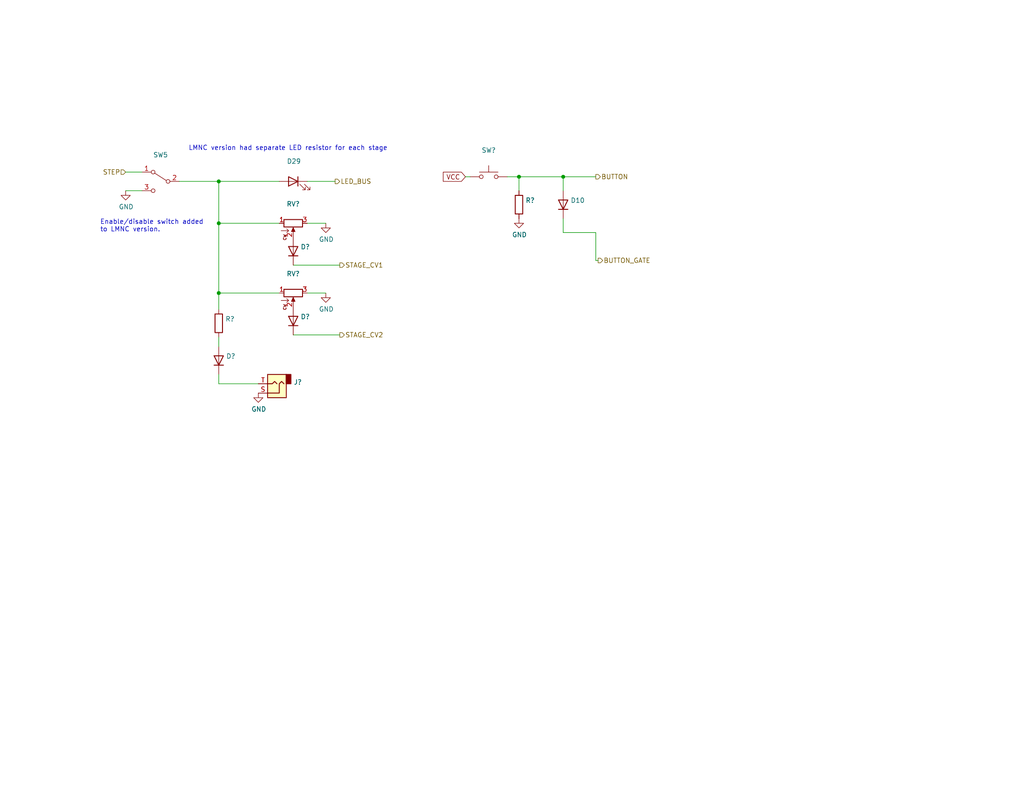
<source format=kicad_sch>
(kicad_sch (version 20211123) (generator eeschema)
  (paper "USLetter")
  (title_block (title "8 Step Keyboard Sequencer") (date "2020-06-02") (company "Rich Holmes / Analog Output") (comment 1 "Adapted from LMNC"))
  (lib_symbols
    (symbol "Connector:AudioJack2"
      (property "Reference" "J" (at 0 8.89 0))
      (property "Value" "AudioJack2" (at 0 6.35 0))
      (symbol "AudioJack2_0_1"
        (rectangle (start -3.81 0) (end -2.54 -2.54) (stroke (width 0.254)) (fill (type outline)))
        (rectangle (start -2.54 3.81) (end 2.54 -2.54) (stroke (width 0.254)) (fill (type background)))
        (polyline (pts (xy 0 0) (xy 0.635 -0.635) (xy 1.27 0) (xy 2.54 0)) (stroke (width 0.254)))
        (polyline (pts (xy 2.54 2.54) (xy -0.635 2.54) (xy -0.635 0) (xy -1.27 -0.635) (xy -1.905 0)) (stroke (width 0.254)))
      )
      (symbol "AudioJack2_1_1"
        (pin passive line (at 5.08 2.54 180) (length 2.54) (name "~") (number "S"))
        (pin passive line (at 5.08 0 180) (length 2.54) (name "~") (number "T"))
      )
    )
    (symbol "Device:LED" (pin_numbers hide) (pin_names (offset 1.016) hide)
      (property "Reference" "D" (at 0 2.54 0))
      (property "Value" "LED" (at 0 -2.54 0))
      (symbol "LED_0_1"
        (polyline (pts (xy -1.27 -1.27) (xy -1.27 1.27)) (stroke (width 0.254)))
        (polyline (pts (xy -1.27 0) (xy 1.27 0)))
        (polyline (pts (xy 1.27 -1.27) (xy 1.27 1.27) (xy -1.27 0) (xy 1.27 -1.27)) (stroke (width 0.254)))
        (polyline (pts (xy -3.048 -0.762) (xy -4.572 -2.286) (xy -3.81 -2.286) (xy -4.572 -2.286) (xy -4.572 -1.524)))
        (polyline (pts (xy -1.778 -0.762) (xy -3.302 -2.286) (xy -2.54 -2.286) (xy -3.302 -2.286) (xy -3.302 -1.524)))
      )
      (symbol "LED_1_1"
        (pin passive line (at -3.81 0 0) (length 2.54) (name "K") (number "1"))
        (pin passive line (at 3.81 0 180) (length 2.54) (name "A") (number "2"))
      )
    )
    (symbol "Device:R" (pin_numbers hide) (pin_names (offset 0))
      (property "Reference" "R" (at 2.032 0 90))
      (property "Value" "R" (at 0 0 90))
      (symbol "R_0_1"
        (rectangle (start -1.016 -2.54) (end 1.016 2.54) (stroke (width 0.254)))
      )
      (symbol "R_1_1"
        (pin passive line (at 0 3.81 270) (length 1.27) (name "~") (number "1"))
        (pin passive line (at 0 -3.81 90) (length 1.27) (name "~") (number "2"))
      )
    )
    (symbol "Diode:1N4148" (pin_numbers hide) (pin_names (offset 1.016) hide)
      (property "Reference" "D" (at 0 2.54 0))
      (property "Value" "1N4148" (at 0 -2.54 0))
      (symbol "1N4148_0_1"
        (polyline (pts (xy -1.27 1.27) (xy -1.27 -1.27)) (stroke (width 0.254)))
        (polyline (pts (xy 1.27 0) (xy -1.27 0)))
        (polyline (pts (xy 1.27 1.27) (xy 1.27 -1.27) (xy -1.27 0) (xy 1.27 1.27)) (stroke (width 0.254)))
      )
      (symbol "1N4148_1_1"
        (pin passive line (at -3.81 0 0) (length 2.54) (name "K") (number "1"))
        (pin passive line (at 3.81 0 180) (length 2.54) (name "A") (number "2"))
      )
    )
    (symbol "Switch:SW_Push" (pin_numbers hide) (pin_names (offset 1.016) hide)
      (property "Reference" "SW" (at 1.27 2.54 0))
      (property "Value" "SW_Push" (at 0 -1.524 0))
      (symbol "SW_Push_0_1"
        (circle (center -2.032 0) (radius 0.508))
        (polyline (pts (xy 0 1.27) (xy 0 3.048)))
        (polyline (pts (xy 2.54 1.27) (xy -2.54 1.27)))
        (circle (center 2.032 0) (radius 0.508))
        (pin passive line (at -5.08 0 0) (length 2.54) (name "1") (number "1"))
        (pin passive line (at 5.08 0 180) (length 2.54) (name "2") (number "2"))
      )
    )
    (symbol "Switch:SW_SPDT" (pin_names (offset 0) hide)
      (property "Reference" "SW" (at 0 4.318 0))
      (property "Value" "SW_SPDT" (at 0 -5.08 0))
      (symbol "SW_SPDT_0_0"
        (circle (center -2.032 0) (radius 0.508))
        (circle (center 2.032 -2.54) (radius 0.508))
      )
      (symbol "SW_SPDT_0_1"
        (polyline (pts (xy -1.524 0.254) (xy 1.651 2.286)))
        (circle (center 2.032 2.54) (radius 0.508))
      )
      (symbol "SW_SPDT_1_1"
        (pin passive line (at 5.08 2.54 180) (length 2.54) (name "A") (number "1"))
        (pin passive line (at -5.08 0 0) (length 2.54) (name "B") (number "2"))
        (pin passive line (at 5.08 -2.54 180) (length 2.54) (name "C") (number "3"))
      )
    )
    (symbol "ao_symbols:R_POT" (pin_names (offset 1.016) hide)
      (property "Reference" "RV" (at -4.445 0 90))
      (property "Value" "R_POT" (at -2.54 0 90))
      (symbol "R_POT_0_0"
        (text "CW" (at 3.81 -2.286 0) (effects (font (size 0.762 0.762))))
      )
      (symbol "R_POT_0_1"
        (rectangle (start -1.016 2.54) (end 1.016 -2.54) (stroke (width 0.254)))
        (polyline (pts (xy 2.032 -3.302) (xy 2.032 -1.27)) (stroke (width 0.1524)))
        (polyline (pts (xy 2.54 0) (xy 1.524 0)))
        (polyline (pts (xy 2.54 -1.778) (xy 2.032 -1.27) (xy 1.524 -1.778)) (stroke (width 0.1524)))
        (polyline (pts (xy 1.143 0) (xy 2.286 -0.508) (xy 2.286 0.508) (xy 1.143 0)) (fill (type outline)))
      )
      (symbol "R_POT_1_1"
        (pin passive line (at 0 -3.81 90) (length 1.27) (name "1") (number "1"))
        (pin passive line (at 3.81 0 180) (length 1.27) (name "2") (number "2"))
        (pin passive line (at 0 3.81 270) (length 1.27) (name "3") (number "3"))
      )
    )
    (symbol "power:GND" (power) (pin_names (offset 0))
      (property "Value" "GND" (at 0 -3.81 0))
      (symbol "GND_0_1"
        (polyline (pts (xy 0 0) (xy 0 -1.27) (xy 1.27 -1.27) (xy 0 -2.54) (xy -1.27 -1.27) (xy 0 -1.27)))
      )
      (symbol "GND_1_1"
        (pin power_in line (at 0 0 270) (length 0) hide (name "GND") (number "1"))
      )
    )
  )
  (junction (at 141.605 48.26))
  (junction (at 59.69 60.96))
  (junction (at 59.69 49.53))
  (junction (at 153.67 48.26))
  (junction (at 59.69 80.01))
  (wire (pts (xy 153.67 59.69) (xy 153.67 63.5)))
  (wire (pts (xy 59.69 49.53) (xy 59.69 60.96)))
  (wire (pts (xy 59.69 104.775) (xy 70.485 104.775)))
  (wire (pts (xy 83.82 60.96) (xy 88.9 60.96)))
  (wire (pts (xy 162.56 71.12) (xy 163.195 71.12)))
  (wire (pts (xy 153.67 48.26) (xy 162.56 48.26)))
  (wire (pts (xy 48.895 49.53) (xy 59.69 49.53)))
  (wire (pts (xy 162.56 63.5) (xy 162.56 71.12)))
  (wire (pts (xy 59.69 80.01) (xy 59.69 84.455)))
  (wire (pts (xy 59.69 102.235) (xy 59.69 104.775)))
  (wire (pts (xy 153.67 52.07) (xy 153.67 48.26)))
  (wire (pts (xy 76.2 49.53) (xy 59.69 49.53)))
  (wire (pts (xy 59.69 60.96) (xy 59.69 80.01)))
  (wire (pts (xy 83.82 80.01) (xy 88.9 80.01)))
  (wire (pts (xy 141.605 52.07) (xy 141.605 48.26)))
  (wire (pts (xy 153.67 63.5) (xy 162.56 63.5)))
  (wire (pts (xy 34.29 46.99) (xy 38.735 46.99)))
  (wire (pts (xy 59.69 60.96) (xy 76.2 60.96)))
  (wire (pts (xy 80.01 91.44) (xy 92.71 91.44)))
  (wire (pts (xy 59.69 92.075) (xy 59.69 94.615)))
  (wire (pts (xy 59.69 80.01) (xy 76.2 80.01)))
  (wire (pts (xy 138.43 48.26) (xy 141.605 48.26)))
  (wire (pts (xy 127 48.26) (xy 128.27 48.26)))
  (wire (pts (xy 83.82 49.53) (xy 91.44 49.53)))
  (wire (pts (xy 38.735 52.07) (xy 34.29 52.07)))
  (wire (pts (xy 141.605 48.26) (xy 153.67 48.26)))
  (wire (pts (xy 80.01 72.39) (xy 92.71 72.39)))
  (text "Enable/disable switch added\nto LMNC version." (at 27.305 63.5 0) (effects (font (size 1.27 1.27)) (justify left bottom)))
  (text "LMNC version had separate LED resistor for each stage" (at 51.435 41.275 0) (effects (font (size 1.27 1.27)) (justify left bottom)))
  (global_label "VCC" (shape input) (at 127 48.26 180) (property "Intersheet References" "${INTERSHEET_REFS}" (effects hide)))
  (hierarchical_label "LED_BUS" (shape output) (at 91.44 49.53 0))
  (hierarchical_label "BUTTON_GATE" (shape output) (at 163.195 71.12 0))
  (hierarchical_label "BUTTON" (shape output) (at 162.56 48.26 0))
  (hierarchical_label "STAGE_CV2" (shape output) (at 92.71 91.44 0))
  (hierarchical_label "STEP" (shape input) (at 34.29 46.99 180))
  (hierarchical_label "STAGE_CV1" (shape output) (at 92.71 72.39 0))
  (symbol (lib_id "Diode:1N4148") (at 153.67 55.88 90) (unit 1)
    (property "Reference" "D10" (at 155.6766 54.7116 90) (effects (justify right)))
    (property "Datasheet" "https://assets.nexperia.com/documents/data-sheet/1N4148_1N4448.pdf" (effects hide))
  )
  (symbol (lib_id "ao_symbols:R_POT") (at 80.01 60.96 270) (unit 1)
    (property "Reference" "RV?" (at 80.01 55.7022 90))
    (property "Vendor" "Tayda" (effects hide))
  )
  (symbol (lib_id "power:GND") (at 88.9 60.96 0) (unit 1)
    (property "Reference" "#PWR?" (effects hide))
  )
  (symbol (lib_id "Diode:1N4148") (at 80.01 68.58 90) (unit 1)
    (property "Reference" "D?" (at 82.0166 67.4116 90) (effects (justify right)))
    (property "Datasheet" "https://assets.nexperia.com/documents/data-sheet/1N4148_1N4448.pdf" (effects hide))
  )
  (symbol (lib_id "ao_symbols:R_POT") (at 80.01 80.01 270) (unit 1)
    (property "Reference" "RV?" (at 80.01 74.7522 90))
    (property "Vendor" "Tayda" (effects hide))
  )
  (symbol (lib_id "power:GND") (at 88.9 80.01 0) (unit 1)
    (property "Reference" "#PWR?" (effects hide))
  )
  (symbol (lib_id "Device:R") (at 59.69 88.265 0) (unit 1)
    (property "Reference" "R?" (at 61.468 87.0966 0) (effects (justify left)))
  )
  (symbol (lib_id "Switch:SW_Push") (at 133.35 48.26 0) (unit 1)
    (property "Reference" "SW?" (at 133.35 41.021 0))
  )
  (symbol (lib_id "power:GND") (at 70.485 107.315 0) (unit 1)
    (property "Reference" "#PWR?" (effects hide))
  )
  (symbol (lib_id "Connector:AudioJack2") (at 75.565 104.775 180) (unit 1)
    (property "Reference" "J?" (at 80.137 104.3432 0) (effects (justify right)))
  )
  (symbol (lib_id "Diode:1N4148") (at 59.69 98.425 90) (unit 1)
    (property "Reference" "D?" (at 61.6966 97.2566 90) (effects (justify right)))
    (property "Datasheet" "https://assets.nexperia.com/documents/data-sheet/1N4148_1N4448.pdf" (effects hide))
  )
  (symbol (lib_id "Diode:1N4148") (at 80.01 87.63 90) (unit 1)
    (property "Reference" "D?" (at 82.0166 86.4616 90) (effects (justify right)))
    (property "Datasheet" "https://assets.nexperia.com/documents/data-sheet/1N4148_1N4448.pdf" (effects hide))
  )
  (symbol (lib_id "Device:R") (at 141.605 55.88 0) (unit 1)
    (property "Reference" "R?" (at 143.383 54.7116 0) (effects (justify left)))
  )
  (symbol (lib_id "power:GND") (at 141.605 59.69 0) (unit 1)
    (property "Reference" "#PWR?" (effects hide))
  )
  (symbol (lib_id "Switch:SW_SPDT") (at 43.815 49.53 0) (mirror y) (unit 1)
    (property "Reference" "SW5" (at 43.815 42.291 0))
  )
  (symbol (lib_id "power:GND") (at 34.29 52.07 0) (unit 1)
    (property "Reference" "#PWR?" (effects hide))
  )
  (symbol (lib_id "Device:LED") (at 80.01 49.53 0) (mirror y) (unit 1)
    (property "Reference" "D29" (at 80.1878 44.0436 0))
  )
)
</source>
